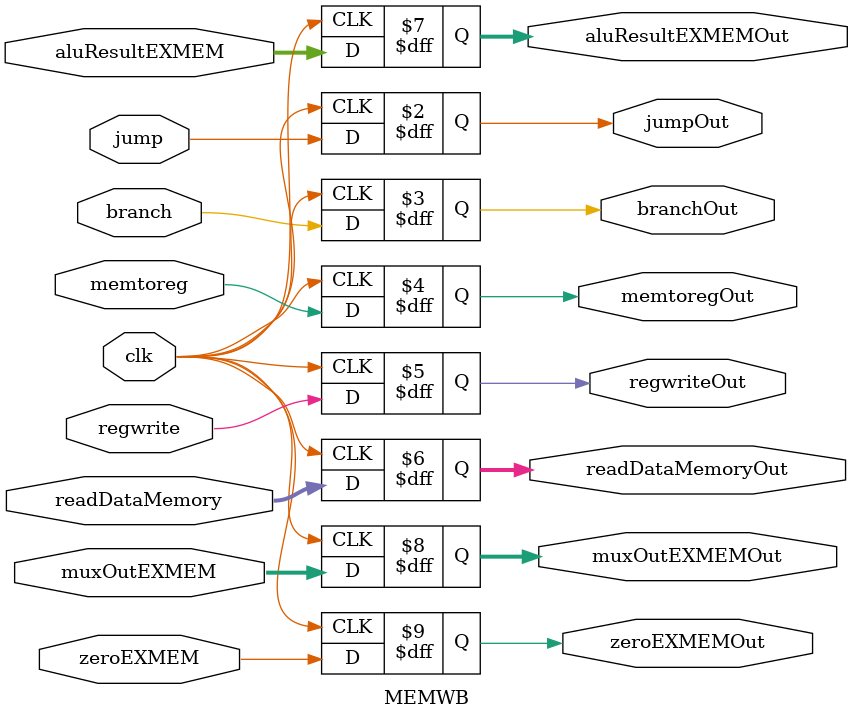
<source format=v>
`timescale 1ns / 1ps
module MEMWB(jump, branch, memtoreg, regwrite, readDataMemory, aluResultEXMEM, muxOutEXMEM,zeroEXMEM,clk,jumpOut, branchOut, memtoregOut, regwriteOut, readDataMemoryOut, aluResultEXMEMOut, muxOutEXMEMOut,zeroEXMEMOut);
input jump;
input branch;
input memtoreg;
input regwrite;
input [31:0]readDataMemory;
input [31:0]aluResultEXMEM;
input [4:0]muxOutEXMEM;
input zeroEXMEM;
input clk;
output reg jumpOut;
output reg branchOut;
output reg memtoregOut;
output reg regwriteOut;
output reg [31:0]readDataMemoryOut;
output reg [31:0]aluResultEXMEMOut;
output reg [4:0]muxOutEXMEMOut;
output reg zeroEXMEMOut;


always @(posedge clk)
begin
jumpOut <=jump;
branchOut <=branch;
memtoregOut <=memtoreg;
regwriteOut <=regwrite;
readDataMemoryOut <=readDataMemory;
aluResultEXMEMOut <=aluResultEXMEM;
muxOutEXMEMOut <=muxOutEXMEM;
zeroEXMEMOut <=zeroEXMEM;
end

endmodule

</source>
